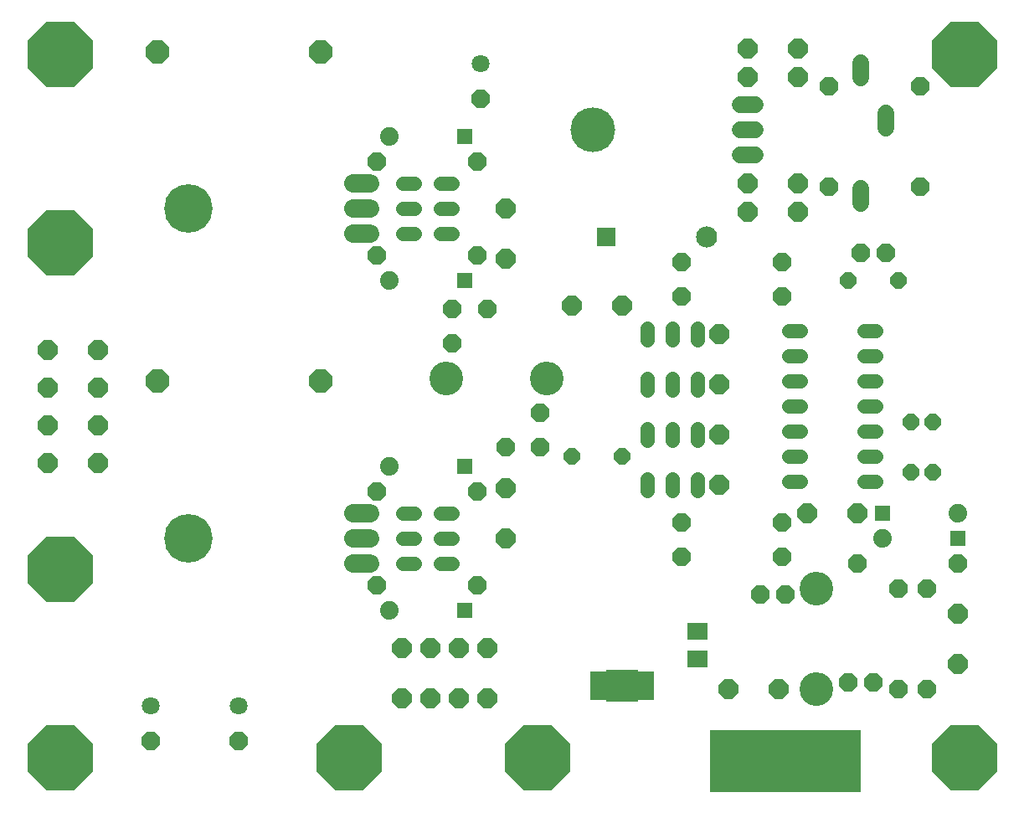
<source format=gbs>
G75*
%MOIN*%
%OFA0B0*%
%FSLAX25Y25*%
%IPPOS*%
%LPD*%
%AMOC8*
5,1,8,0,0,1.08239X$1,22.5*
%
%ADD10C,0.05600*%
%ADD11OC8,0.07800*%
%ADD12C,0.06800*%
%ADD13C,0.17800*%
%ADD14OC8,0.07400*%
%ADD15OC8,0.06400*%
%ADD16C,0.13398*%
%ADD17OC8,0.07100*%
%ADD18C,0.07100*%
%ADD19R,0.60000X0.25000*%
%ADD20R,0.07898X0.07099*%
%ADD21OC8,0.09400*%
%ADD22OC8,0.26200*%
%ADD23OC8,0.04562*%
%ADD24R,0.06400X0.06400*%
%ADD25C,0.07400*%
%ADD26C,0.07400*%
%ADD27C,0.19300*%
%ADD28C,0.08400*%
%ADD29R,0.07800X0.07800*%
%ADD30R,0.06693X0.11811*%
%ADD31R,0.12500X0.12500*%
D10*
X0154100Y0155350D02*
X0158900Y0155350D01*
X0158900Y0165350D02*
X0154100Y0165350D01*
X0154100Y0175350D02*
X0158900Y0175350D01*
X0169100Y0175350D02*
X0173900Y0175350D01*
X0173900Y0165350D02*
X0169100Y0165350D01*
X0169100Y0155350D02*
X0173900Y0155350D01*
X0251500Y0184200D02*
X0251500Y0189000D01*
X0261500Y0189000D02*
X0261500Y0184200D01*
X0271500Y0184200D02*
X0271500Y0189000D01*
X0271500Y0204200D02*
X0271500Y0209000D01*
X0261500Y0209000D02*
X0261500Y0204200D01*
X0251500Y0204200D02*
X0251500Y0209000D01*
X0251500Y0224200D02*
X0251500Y0229000D01*
X0261500Y0229000D02*
X0261500Y0224200D01*
X0271500Y0224200D02*
X0271500Y0229000D01*
X0271500Y0244200D02*
X0271500Y0249000D01*
X0261500Y0249000D02*
X0261500Y0244200D01*
X0251500Y0244200D02*
X0251500Y0249000D01*
X0307850Y0247850D02*
X0312650Y0247850D01*
X0312650Y0237850D02*
X0307850Y0237850D01*
X0307850Y0227850D02*
X0312650Y0227850D01*
X0312650Y0217850D02*
X0307850Y0217850D01*
X0307850Y0207850D02*
X0312650Y0207850D01*
X0312650Y0197850D02*
X0307850Y0197850D01*
X0307850Y0187850D02*
X0312650Y0187850D01*
X0337850Y0187850D02*
X0342650Y0187850D01*
X0342650Y0197850D02*
X0337850Y0197850D01*
X0337850Y0207850D02*
X0342650Y0207850D01*
X0342650Y0217850D02*
X0337850Y0217850D01*
X0337850Y0227850D02*
X0342650Y0227850D01*
X0342650Y0237850D02*
X0337850Y0237850D01*
X0337850Y0247850D02*
X0342650Y0247850D01*
X0173900Y0286600D02*
X0169100Y0286600D01*
X0169100Y0296600D02*
X0173900Y0296600D01*
X0173900Y0306600D02*
X0169100Y0306600D01*
X0158900Y0306600D02*
X0154100Y0306600D01*
X0154100Y0296600D02*
X0158900Y0296600D01*
X0158900Y0286600D02*
X0154100Y0286600D01*
D11*
X0195250Y0276600D03*
X0195250Y0296600D03*
X0221500Y0257850D03*
X0241500Y0257850D03*
X0280250Y0246600D03*
X0280250Y0226600D03*
X0280250Y0206600D03*
X0280250Y0186600D03*
X0315250Y0175350D03*
X0335250Y0175350D03*
X0375250Y0135350D03*
X0375250Y0115350D03*
X0304000Y0105350D03*
X0284000Y0105350D03*
X0195250Y0165350D03*
X0195250Y0185350D03*
X0187750Y0121600D03*
X0176500Y0121600D03*
X0165250Y0121600D03*
X0154000Y0121600D03*
X0154000Y0101600D03*
X0165250Y0101600D03*
X0176500Y0101600D03*
X0187750Y0101600D03*
X0032750Y0195350D03*
X0032750Y0210350D03*
X0032750Y0225350D03*
X0032750Y0240350D03*
X0012750Y0240350D03*
X0012750Y0225350D03*
X0012750Y0210350D03*
X0012750Y0195350D03*
X0291500Y0295350D03*
X0291500Y0306600D03*
X0311500Y0306600D03*
X0311500Y0295350D03*
X0311500Y0349100D03*
X0311500Y0360350D03*
X0291500Y0360350D03*
X0291500Y0349100D03*
D12*
X0294500Y0337850D02*
X0288500Y0337850D01*
X0288500Y0327850D02*
X0294500Y0327850D01*
X0294500Y0317850D02*
X0288500Y0317850D01*
X0336500Y0304600D02*
X0336500Y0298600D01*
X0346500Y0328600D02*
X0346500Y0334600D01*
X0336500Y0348600D02*
X0336500Y0354600D01*
D13*
X0230000Y0327850D03*
D14*
X0184000Y0315350D03*
X0144000Y0315350D03*
X0144000Y0277850D03*
X0174000Y0256600D03*
X0187750Y0256600D03*
X0174000Y0242850D03*
X0209000Y0215350D03*
X0209000Y0201600D03*
X0195250Y0201600D03*
X0184000Y0184100D03*
X0144000Y0184100D03*
X0144000Y0146600D03*
X0184000Y0146600D03*
X0265250Y0157850D03*
X0265250Y0171600D03*
X0296500Y0142850D03*
X0306500Y0142850D03*
X0305250Y0157850D03*
X0305250Y0171600D03*
X0335250Y0155350D03*
X0351500Y0145350D03*
X0362750Y0145350D03*
X0375250Y0155350D03*
X0362750Y0105350D03*
X0351500Y0105350D03*
X0341500Y0107850D03*
X0331500Y0107850D03*
X0305250Y0261600D03*
X0305250Y0275350D03*
X0336500Y0279100D03*
X0346500Y0279100D03*
X0360250Y0305350D03*
X0324000Y0305350D03*
X0324000Y0345350D03*
X0360250Y0345350D03*
X0265250Y0275350D03*
X0265250Y0261600D03*
X0184000Y0277850D03*
D15*
X0221500Y0197850D03*
X0241500Y0197850D03*
X0331500Y0267850D03*
X0351500Y0267850D03*
X0356500Y0211600D03*
X0365250Y0211600D03*
X0365250Y0191600D03*
X0356500Y0191600D03*
D16*
X0319000Y0145350D03*
X0319000Y0105350D03*
X0211500Y0229100D03*
X0171500Y0229100D03*
D17*
X0185250Y0340225D03*
X0089000Y0084600D03*
X0054000Y0084600D03*
D18*
X0054000Y0098600D03*
X0089000Y0098600D03*
X0185250Y0354225D03*
D19*
X0306500Y0076600D03*
D20*
X0271500Y0117252D03*
X0271500Y0128448D03*
D21*
X0121500Y0227850D03*
X0056500Y0227850D03*
X0056500Y0359100D03*
X0121500Y0359100D03*
D22*
X0017750Y0357850D03*
X0017750Y0282850D03*
X0017750Y0152850D03*
X0017750Y0077850D03*
X0132750Y0077850D03*
X0207750Y0077850D03*
X0377750Y0077850D03*
X0377750Y0357850D03*
D23*
X0017750Y0067850D03*
X0010875Y0070975D03*
X0007750Y0077850D03*
X0010875Y0084725D03*
X0017750Y0087850D03*
X0024625Y0084725D03*
X0027750Y0077850D03*
X0024625Y0070975D03*
X0017750Y0142850D03*
X0010875Y0145975D03*
X0007750Y0152850D03*
X0010875Y0159725D03*
X0017750Y0162850D03*
X0024625Y0159725D03*
X0027750Y0152850D03*
X0024625Y0145975D03*
X0125875Y0084725D03*
X0122750Y0077850D03*
X0125875Y0070975D03*
X0132750Y0067850D03*
X0139625Y0070975D03*
X0142750Y0077850D03*
X0139625Y0084725D03*
X0132750Y0087850D03*
X0197750Y0077850D03*
X0200875Y0070975D03*
X0207750Y0067850D03*
X0214625Y0070975D03*
X0217750Y0077850D03*
X0214625Y0084725D03*
X0207750Y0087850D03*
X0200875Y0084725D03*
X0367750Y0077850D03*
X0370875Y0070975D03*
X0377750Y0067850D03*
X0384625Y0070975D03*
X0387750Y0077850D03*
X0384625Y0084725D03*
X0377750Y0087850D03*
X0370875Y0084725D03*
X0377750Y0347850D03*
X0370875Y0350975D03*
X0367750Y0357850D03*
X0370875Y0364725D03*
X0377750Y0367850D03*
X0384625Y0364725D03*
X0387750Y0357850D03*
X0384625Y0350975D03*
X0027750Y0357850D03*
X0024625Y0350975D03*
X0017750Y0347850D03*
X0010875Y0350975D03*
X0007750Y0357850D03*
X0010875Y0364725D03*
X0017750Y0367850D03*
X0024625Y0364725D03*
X0017750Y0292850D03*
X0010875Y0289725D03*
X0007750Y0282850D03*
X0010875Y0275975D03*
X0017750Y0272850D03*
X0024625Y0275975D03*
X0027750Y0282850D03*
X0024625Y0289725D03*
D24*
X0179000Y0267850D03*
X0179000Y0325350D03*
X0179000Y0194100D03*
X0179000Y0136600D03*
X0345250Y0175350D03*
X0375250Y0165350D03*
D25*
X0375250Y0175350D03*
X0345250Y0165350D03*
X0149000Y0136600D03*
X0149000Y0194100D03*
X0149000Y0267850D03*
X0149000Y0325350D03*
D26*
X0141050Y0306600D02*
X0134450Y0306600D01*
X0134450Y0296600D02*
X0141050Y0296600D01*
X0141050Y0286600D02*
X0134450Y0286600D01*
X0134450Y0175350D02*
X0141050Y0175350D01*
X0141050Y0165350D02*
X0134450Y0165350D01*
X0134450Y0155350D02*
X0141050Y0155350D01*
D27*
X0069000Y0165350D03*
X0069000Y0296600D03*
D28*
X0275250Y0285350D03*
D29*
X0235250Y0285350D03*
D30*
X0232248Y0106600D03*
X0250752Y0106600D03*
D31*
X0241500Y0106600D03*
M02*

</source>
